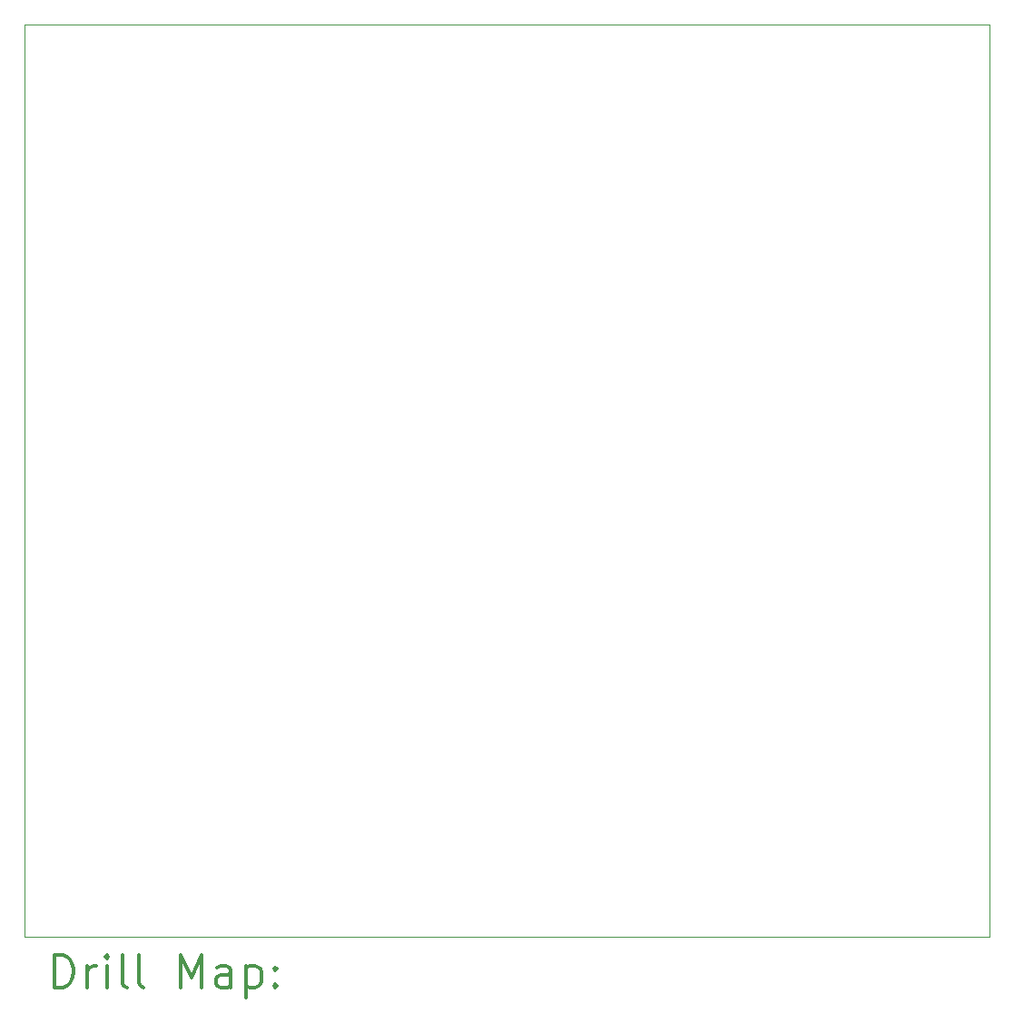
<source format=gbr>
%FSLAX45Y45*%
G04 Gerber Fmt 4.5, Leading zero omitted, Abs format (unit mm)*
G04 Created by KiCad (PCBNEW (5.1.12)-1) date 2021-12-21 16:46:49*
%MOMM*%
%LPD*%
G01*
G04 APERTURE LIST*
%TA.AperFunction,Profile*%
%ADD10C,0.050000*%
%TD*%
%ADD11C,0.200000*%
%ADD12C,0.300000*%
G04 APERTURE END LIST*
D10*
X7500000Y-4000000D02*
X16500000Y-4000000D01*
X7500000Y-12500000D02*
X7500000Y-4000000D01*
X16500000Y-12500000D02*
X7500000Y-12500000D01*
X16500000Y-4000000D02*
X16500000Y-12500000D01*
D11*
D12*
X7783928Y-12968214D02*
X7783928Y-12668214D01*
X7855357Y-12668214D01*
X7898214Y-12682500D01*
X7926786Y-12711071D01*
X7941071Y-12739643D01*
X7955357Y-12796786D01*
X7955357Y-12839643D01*
X7941071Y-12896786D01*
X7926786Y-12925357D01*
X7898214Y-12953929D01*
X7855357Y-12968214D01*
X7783928Y-12968214D01*
X8083928Y-12968214D02*
X8083928Y-12768214D01*
X8083928Y-12825357D02*
X8098214Y-12796786D01*
X8112500Y-12782500D01*
X8141071Y-12768214D01*
X8169643Y-12768214D01*
X8269643Y-12968214D02*
X8269643Y-12768214D01*
X8269643Y-12668214D02*
X8255357Y-12682500D01*
X8269643Y-12696786D01*
X8283928Y-12682500D01*
X8269643Y-12668214D01*
X8269643Y-12696786D01*
X8455357Y-12968214D02*
X8426786Y-12953929D01*
X8412500Y-12925357D01*
X8412500Y-12668214D01*
X8612500Y-12968214D02*
X8583928Y-12953929D01*
X8569643Y-12925357D01*
X8569643Y-12668214D01*
X8955357Y-12968214D02*
X8955357Y-12668214D01*
X9055357Y-12882500D01*
X9155357Y-12668214D01*
X9155357Y-12968214D01*
X9426786Y-12968214D02*
X9426786Y-12811071D01*
X9412500Y-12782500D01*
X9383928Y-12768214D01*
X9326786Y-12768214D01*
X9298214Y-12782500D01*
X9426786Y-12953929D02*
X9398214Y-12968214D01*
X9326786Y-12968214D01*
X9298214Y-12953929D01*
X9283928Y-12925357D01*
X9283928Y-12896786D01*
X9298214Y-12868214D01*
X9326786Y-12853929D01*
X9398214Y-12853929D01*
X9426786Y-12839643D01*
X9569643Y-12768214D02*
X9569643Y-13068214D01*
X9569643Y-12782500D02*
X9598214Y-12768214D01*
X9655357Y-12768214D01*
X9683928Y-12782500D01*
X9698214Y-12796786D01*
X9712500Y-12825357D01*
X9712500Y-12911071D01*
X9698214Y-12939643D01*
X9683928Y-12953929D01*
X9655357Y-12968214D01*
X9598214Y-12968214D01*
X9569643Y-12953929D01*
X9841071Y-12939643D02*
X9855357Y-12953929D01*
X9841071Y-12968214D01*
X9826786Y-12953929D01*
X9841071Y-12939643D01*
X9841071Y-12968214D01*
X9841071Y-12782500D02*
X9855357Y-12796786D01*
X9841071Y-12811071D01*
X9826786Y-12796786D01*
X9841071Y-12782500D01*
X9841071Y-12811071D01*
M02*

</source>
